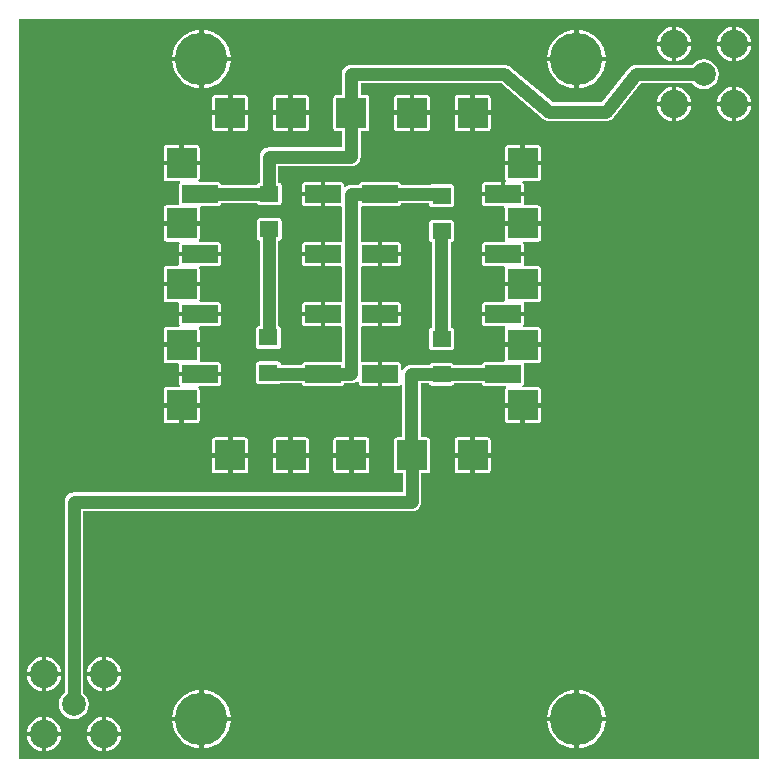
<source format=gtl>
G04 Layer_Physical_Order=1*
G04 Layer_Color=65280*
%FSLAX44Y44*%
%MOMM*%
G71*
G01*
G75*
%ADD10R,1.6000X1.4000*%
%ADD11R,2.5400X2.5400*%
%ADD12R,3.0480X1.5240*%
%ADD13C,1.0640*%
%ADD14C,2.0000*%
%ADD15C,2.4000*%
%ADD16C,4.4450*%
%ADD17C,4.0000*%
%ADD18C,0.7000*%
G36*
X-3915Y3915D02*
X-631085D01*
Y631085D01*
X-3915D01*
Y3915D01*
D02*
G37*
%LPC*%
G36*
X-336550Y276686D02*
X-347250D01*
Y263366D01*
X-333930D01*
Y274066D01*
X-334129Y275069D01*
X-334697Y275919D01*
X-335547Y276487D01*
X-336550Y276686D01*
D02*
G37*
G36*
X-387858D02*
X-398558D01*
Y263366D01*
X-385238D01*
Y274066D01*
X-385437Y275069D01*
X-386005Y275919D01*
X-386855Y276487D01*
X-387858Y276686D01*
D02*
G37*
G36*
X-439166D02*
X-449866D01*
Y263366D01*
X-436546D01*
Y274066D01*
X-436745Y275069D01*
X-437313Y275919D01*
X-438163Y276487D01*
X-439166Y276686D01*
D02*
G37*
G36*
X-233934D02*
X-244634D01*
Y263366D01*
X-231314D01*
Y274066D01*
X-231513Y275069D01*
X-232081Y275919D01*
X-232931Y276487D01*
X-233934Y276686D01*
D02*
G37*
G36*
X-206216Y301784D02*
X-219536D01*
Y291084D01*
X-219337Y290081D01*
X-218769Y289231D01*
X-217919Y288663D01*
X-216916Y288464D01*
X-206216D01*
Y301784D01*
D02*
G37*
G36*
X-477694Y301784D02*
X-491014D01*
Y288464D01*
X-480314D01*
X-479311Y288663D01*
X-478461Y289231D01*
X-477893Y290081D01*
X-477694Y291084D01*
Y301784D01*
D02*
G37*
G36*
X-495014D02*
X-508334D01*
Y291084D01*
X-508135Y290081D01*
X-507567Y289231D01*
X-506717Y288663D01*
X-505714Y288464D01*
X-495014D01*
Y301784D01*
D02*
G37*
G36*
X-231314Y259366D02*
X-244634D01*
Y246046D01*
X-233934D01*
X-232931Y246245D01*
X-232081Y246813D01*
X-231513Y247663D01*
X-231314Y248666D01*
Y259366D01*
D02*
G37*
G36*
X-248634D02*
X-261954D01*
Y248666D01*
X-261755Y247663D01*
X-261187Y246813D01*
X-260337Y246245D01*
X-259334Y246046D01*
X-248634D01*
Y259366D01*
D02*
G37*
G36*
X-333930D02*
X-347250D01*
Y246046D01*
X-336550D01*
X-335547Y246245D01*
X-334697Y246813D01*
X-334129Y247663D01*
X-333930Y248666D01*
Y259366D01*
D02*
G37*
G36*
X-453866Y276686D02*
X-464566D01*
X-465569Y276487D01*
X-466419Y275919D01*
X-466987Y275069D01*
X-467186Y274066D01*
Y263366D01*
X-453866D01*
Y276686D01*
D02*
G37*
G36*
X-248634D02*
X-259334D01*
X-260337Y276487D01*
X-261187Y275919D01*
X-261755Y275069D01*
X-261954Y274066D01*
Y263366D01*
X-248634D01*
Y276686D01*
D02*
G37*
G36*
X-351250D02*
X-361950D01*
X-362953Y276487D01*
X-363803Y275919D01*
X-364371Y275069D01*
X-364570Y274066D01*
Y263366D01*
X-351250D01*
Y276686D01*
D02*
G37*
G36*
X-402558D02*
X-413258D01*
X-414261Y276487D01*
X-415111Y275919D01*
X-415679Y275069D01*
X-415878Y274066D01*
Y263366D01*
X-402558D01*
Y276686D01*
D02*
G37*
G36*
X-307260Y379001D02*
X-323120D01*
Y370760D01*
X-309880D01*
X-308877Y370959D01*
X-308027Y371527D01*
X-307459Y372377D01*
X-307260Y373380D01*
Y379001D01*
D02*
G37*
G36*
X-375380D02*
X-391240D01*
Y373380D01*
X-391041Y372377D01*
X-390473Y371527D01*
X-389623Y370959D01*
X-388620Y370760D01*
X-375380D01*
Y379001D01*
D02*
G37*
G36*
X-203120D02*
X-220980D01*
X-238840D01*
Y373380D01*
X-238641Y372377D01*
X-238073Y371527D01*
X-237223Y370959D01*
X-236220Y370760D01*
X-219386D01*
X-219050Y370152D01*
X-218873Y369490D01*
X-219337Y368795D01*
X-219536Y367792D01*
Y357092D01*
X-204215D01*
X-188896D01*
Y367792D01*
X-189095Y368795D01*
X-189663Y369645D01*
X-190513Y370213D01*
X-191516Y370412D01*
X-203270D01*
X-203606Y371020D01*
X-203783Y371682D01*
X-203319Y372377D01*
X-203120Y373380D01*
Y379001D01*
D02*
G37*
G36*
X-477694Y404400D02*
X-493014D01*
X-508334D01*
Y393700D01*
X-508135Y392697D01*
X-507567Y391847D01*
X-506717Y391279D01*
X-505714Y391080D01*
X-495735D01*
X-495056Y389810D01*
X-495181Y389623D01*
X-495380Y388620D01*
Y383000D01*
X-477520D01*
X-459660D01*
Y388620D01*
X-459859Y389623D01*
X-460427Y390473D01*
X-461277Y391041D01*
X-462280Y391240D01*
X-477339D01*
X-478018Y392510D01*
X-477893Y392697D01*
X-477694Y393700D01*
Y404400D01*
D02*
G37*
G36*
X-309880Y391240D02*
X-323120D01*
Y383000D01*
X-307260D01*
Y388620D01*
X-307459Y389623D01*
X-308027Y390473D01*
X-308877Y391041D01*
X-309880Y391240D01*
D02*
G37*
G36*
X-188896Y404400D02*
X-204216D01*
X-219536D01*
Y393700D01*
X-219337Y392697D01*
X-219212Y392510D01*
X-219891Y391240D01*
X-236220D01*
X-237223Y391041D01*
X-238073Y390473D01*
X-238641Y389623D01*
X-238840Y388620D01*
Y383000D01*
X-220980D01*
X-203120D01*
Y388620D01*
X-203319Y389623D01*
X-203444Y389810D01*
X-202765Y391080D01*
X-191516D01*
X-190513Y391279D01*
X-189663Y391847D01*
X-189095Y392697D01*
X-188896Y393700D01*
Y404400D01*
D02*
G37*
G36*
X-375380Y391240D02*
X-388620D01*
X-389623Y391041D01*
X-390473Y390473D01*
X-391041Y389623D01*
X-391240Y388620D01*
Y383000D01*
X-375380D01*
Y391240D01*
D02*
G37*
G36*
X-477694Y353091D02*
X-493013D01*
X-508334D01*
Y342392D01*
X-508135Y341389D01*
X-507567Y340539D01*
X-506717Y339971D01*
X-505714Y339772D01*
X-496074D01*
X-495786Y339466D01*
X-495245Y338502D01*
X-495380Y337820D01*
Y332201D01*
X-477520D01*
X-459660D01*
Y337820D01*
X-459859Y338823D01*
X-460427Y339673D01*
X-461277Y340241D01*
X-462280Y340440D01*
X-477000D01*
X-477288Y340746D01*
X-477829Y341710D01*
X-477694Y342392D01*
Y353091D01*
D02*
G37*
G36*
X-459660Y328200D02*
X-477520D01*
X-495380D01*
Y322580D01*
X-495181Y321577D01*
X-494613Y320727D01*
X-494085Y320374D01*
X-494470Y319104D01*
X-505714D01*
X-506717Y318905D01*
X-507567Y318337D01*
X-508135Y317487D01*
X-508334Y316484D01*
Y305784D01*
X-493014D01*
X-477694D01*
Y316484D01*
X-477893Y317487D01*
X-478461Y318337D01*
X-478989Y318690D01*
X-478604Y319960D01*
X-462280D01*
X-461277Y320159D01*
X-460427Y320727D01*
X-459859Y321577D01*
X-459660Y322580D01*
Y328200D01*
D02*
G37*
G36*
X-188896Y301784D02*
X-202216D01*
Y288464D01*
X-191516D01*
X-190513Y288663D01*
X-189663Y289231D01*
X-189095Y290081D01*
X-188896Y291084D01*
Y301784D01*
D02*
G37*
G36*
Y353092D02*
X-204215D01*
X-219536D01*
Y342392D01*
X-219401Y341710D01*
X-219942Y340746D01*
X-220230Y340440D01*
X-236220D01*
X-237223Y340241D01*
X-238073Y339673D01*
X-238641Y338823D01*
X-238773Y338158D01*
X-262626D01*
X-263108Y338880D01*
X-263958Y339448D01*
X-264961Y339648D01*
X-280961D01*
X-281964Y339448D01*
X-282814Y338880D01*
X-283297Y338158D01*
X-298450D01*
X-300510Y337887D01*
X-302429Y337092D01*
X-304077Y335827D01*
X-305342Y334179D01*
X-305990Y332615D01*
X-307260Y332868D01*
Y337820D01*
X-307459Y338823D01*
X-308027Y339673D01*
X-308877Y340241D01*
X-309880Y340440D01*
X-323120D01*
Y330201D01*
Y319960D01*
X-309880D01*
X-308877Y320159D01*
X-308027Y320727D01*
X-307678Y321250D01*
X-306408Y320864D01*
Y276686D01*
X-310642D01*
X-311645Y276487D01*
X-312495Y275919D01*
X-313063Y275069D01*
X-313262Y274066D01*
Y248666D01*
X-313063Y247663D01*
X-312495Y246813D01*
X-311645Y246245D01*
X-310642Y246046D01*
X-305900D01*
Y230208D01*
X-584200D01*
X-586260Y229937D01*
X-588179Y229142D01*
X-589827Y227877D01*
X-591092Y226229D01*
X-591887Y224310D01*
X-592158Y222250D01*
Y60538D01*
X-593165Y59765D01*
X-595180Y57139D01*
X-596446Y54081D01*
X-596879Y50800D01*
X-596446Y47519D01*
X-595180Y44461D01*
X-593165Y41835D01*
X-590539Y39820D01*
X-587481Y38554D01*
X-584200Y38122D01*
X-580919Y38554D01*
X-577861Y39820D01*
X-575235Y41835D01*
X-573220Y44461D01*
X-571954Y47519D01*
X-571521Y50800D01*
X-571954Y54081D01*
X-573220Y57139D01*
X-575235Y59765D01*
X-576242Y60538D01*
Y214292D01*
X-298450D01*
X-298196Y214325D01*
X-297942Y214292D01*
X-295882Y214563D01*
X-293963Y215358D01*
X-292315Y216623D01*
X-291050Y218271D01*
X-290255Y220190D01*
X-289984Y222250D01*
Y246046D01*
X-285242D01*
X-284239Y246245D01*
X-283389Y246813D01*
X-282821Y247663D01*
X-282622Y248666D01*
Y274066D01*
X-282821Y275069D01*
X-283389Y275919D01*
X-284239Y276487D01*
X-285242Y276686D01*
X-290492D01*
Y322242D01*
X-283425D01*
X-283382Y322025D01*
X-282814Y321175D01*
X-281964Y320607D01*
X-280961Y320407D01*
X-264961D01*
X-263958Y320607D01*
X-263108Y321175D01*
X-262540Y322025D01*
X-262497Y322242D01*
X-238773D01*
X-238641Y321577D01*
X-238073Y320727D01*
X-237223Y320159D01*
X-236220Y319960D01*
X-218626D01*
X-218241Y318690D01*
X-218769Y318337D01*
X-219337Y317487D01*
X-219536Y316484D01*
Y305784D01*
X-204216D01*
X-188896D01*
Y316484D01*
X-189095Y317487D01*
X-189663Y318337D01*
X-190513Y318905D01*
X-191516Y319104D01*
X-204030D01*
X-204415Y320374D01*
X-203887Y320727D01*
X-203319Y321577D01*
X-203120Y322580D01*
Y337820D01*
X-203255Y338502D01*
X-202714Y339466D01*
X-202426Y339772D01*
X-191516D01*
X-190513Y339971D01*
X-189663Y340539D01*
X-189095Y341389D01*
X-188896Y342392D01*
Y353092D01*
D02*
G37*
G36*
X-459660Y379001D02*
X-477520D01*
X-495380D01*
Y373380D01*
X-495181Y372377D01*
X-494717Y371682D01*
X-494894Y371020D01*
X-495230Y370412D01*
X-505714D01*
X-506717Y370213D01*
X-507567Y369645D01*
X-508135Y368795D01*
X-508334Y367792D01*
Y357091D01*
X-493013D01*
X-477694D01*
Y367792D01*
X-477893Y368795D01*
X-478357Y369490D01*
X-478180Y370152D01*
X-477844Y370760D01*
X-462280D01*
X-461277Y370959D01*
X-460427Y371527D01*
X-459859Y372377D01*
X-459660Y373380D01*
Y379001D01*
D02*
G37*
G36*
X-410869Y462410D02*
X-426869D01*
X-427871Y462211D01*
X-428721Y461643D01*
X-429290Y460793D01*
X-429489Y459790D01*
Y445790D01*
X-429290Y444787D01*
X-428721Y443937D01*
X-427871Y443369D01*
X-427058Y443207D01*
Y370899D01*
X-427650D01*
X-428653Y370699D01*
X-429503Y370131D01*
X-430071Y369281D01*
X-430271Y368279D01*
Y354279D01*
X-430071Y353276D01*
X-429503Y352426D01*
X-428653Y351858D01*
X-427650Y351658D01*
X-411651D01*
X-410648Y351858D01*
X-409798Y352426D01*
X-409230Y353276D01*
X-409030Y354279D01*
Y368279D01*
X-409230Y369281D01*
X-409798Y370131D01*
X-410648Y370699D01*
X-411142Y370798D01*
Y443170D01*
X-410869D01*
X-409866Y443369D01*
X-409016Y443937D01*
X-408448Y444787D01*
X-408248Y445790D01*
Y459790D01*
X-408448Y460793D01*
X-409016Y461643D01*
X-409866Y462211D01*
X-410869Y462410D01*
D02*
G37*
G36*
X-264961Y461003D02*
X-280961D01*
X-281964Y460803D01*
X-282814Y460235D01*
X-283382Y459385D01*
X-283582Y458382D01*
Y444382D01*
X-283382Y443380D01*
X-282814Y442529D01*
X-281964Y441962D01*
X-281008Y441771D01*
Y369638D01*
X-281964Y369448D01*
X-282814Y368880D01*
X-283382Y368030D01*
X-283582Y367028D01*
Y353027D01*
X-283382Y352025D01*
X-282814Y351175D01*
X-281964Y350607D01*
X-280961Y350407D01*
X-264961D01*
X-263958Y350607D01*
X-263108Y351175D01*
X-262540Y352025D01*
X-262341Y353027D01*
Y367028D01*
X-262540Y368030D01*
X-263108Y368880D01*
X-263958Y369448D01*
X-264961Y369648D01*
X-265092D01*
Y441762D01*
X-264961D01*
X-263958Y441962D01*
X-263108Y442529D01*
X-262540Y443380D01*
X-262341Y444382D01*
Y458382D01*
X-262540Y459385D01*
X-263108Y460235D01*
X-263958Y460803D01*
X-264961Y461003D01*
D02*
G37*
G36*
X-351250Y259366D02*
X-364570D01*
Y248666D01*
X-364371Y247663D01*
X-363803Y246813D01*
X-362953Y246245D01*
X-361950Y246046D01*
X-351250D01*
Y259366D01*
D02*
G37*
G36*
X-560799Y39832D02*
X-562603Y39595D01*
X-566148Y38127D01*
X-569191Y35791D01*
X-571527Y32748D01*
X-572995Y29204D01*
X-573232Y27401D01*
X-560799D01*
Y39832D01*
D02*
G37*
G36*
X-611599D02*
X-613404Y39595D01*
X-616948Y38127D01*
X-619991Y35791D01*
X-622327Y32748D01*
X-623795Y29204D01*
X-624032Y27401D01*
X-611599D01*
Y39832D01*
D02*
G37*
G36*
X-160751Y36100D02*
X-183468D01*
X-183186Y33239D01*
X-181768Y28565D01*
X-179466Y24258D01*
X-176367Y20482D01*
X-172592Y17384D01*
X-168285Y15082D01*
X-163611Y13664D01*
X-160751Y13382D01*
Y36100D01*
D02*
G37*
G36*
X-607599Y39832D02*
Y27401D01*
X-595168D01*
X-595405Y29204D01*
X-596873Y32748D01*
X-599209Y35791D01*
X-602252Y38127D01*
X-605797Y39595D01*
X-607599Y39832D01*
D02*
G37*
G36*
X-160751Y62818D02*
X-163611Y62536D01*
X-168285Y61118D01*
X-172592Y58816D01*
X-176367Y55718D01*
X-179466Y51942D01*
X-181768Y47635D01*
X-183186Y42961D01*
X-183468Y40100D01*
X-160751D01*
Y62818D01*
D02*
G37*
G36*
X-478251D02*
X-481111Y62536D01*
X-485785Y61118D01*
X-490092Y58816D01*
X-493867Y55718D01*
X-496966Y51942D01*
X-499268Y47635D01*
X-500686Y42961D01*
X-500968Y40100D01*
X-478251D01*
Y62818D01*
D02*
G37*
G36*
X-556799Y39832D02*
Y27401D01*
X-544368D01*
X-544605Y29204D01*
X-546073Y32748D01*
X-548409Y35791D01*
X-551452Y38127D01*
X-554996Y39595D01*
X-556799Y39832D01*
D02*
G37*
G36*
X-595168Y23400D02*
X-607599D01*
Y10968D01*
X-605797Y11205D01*
X-602252Y12673D01*
X-599209Y15009D01*
X-596873Y18052D01*
X-595405Y21597D01*
X-595168Y23400D01*
D02*
G37*
G36*
X-560799D02*
X-573232D01*
X-572995Y21597D01*
X-571527Y18052D01*
X-569191Y15009D01*
X-566148Y12673D01*
X-562603Y11205D01*
X-560799Y10968D01*
Y23400D01*
D02*
G37*
G36*
X-611599D02*
X-624033D01*
X-623795Y21597D01*
X-622327Y18052D01*
X-619991Y15009D01*
X-616948Y12673D01*
X-613404Y11205D01*
X-611599Y10968D01*
Y23400D01*
D02*
G37*
G36*
X-544367D02*
X-556799D01*
Y10968D01*
X-554996Y11205D01*
X-551452Y12673D01*
X-548409Y15009D01*
X-546073Y18052D01*
X-544605Y21597D01*
X-544367Y23400D01*
D02*
G37*
G36*
X-478251Y36100D02*
X-500968D01*
X-500686Y33239D01*
X-499268Y28565D01*
X-496966Y24258D01*
X-493867Y20482D01*
X-490092Y17384D01*
X-485785Y15082D01*
X-481111Y13664D01*
X-478251Y13382D01*
Y36100D01*
D02*
G37*
G36*
X-451532D02*
X-474251D01*
Y13382D01*
X-471389Y13664D01*
X-466715Y15082D01*
X-462408Y17384D01*
X-458633Y20482D01*
X-455534Y24258D01*
X-453232Y28565D01*
X-451814Y33239D01*
X-451532Y36100D01*
D02*
G37*
G36*
X-134032D02*
X-156751D01*
Y13382D01*
X-153889Y13664D01*
X-149215Y15082D01*
X-144908Y17384D01*
X-141132Y20482D01*
X-138034Y24258D01*
X-135732Y28565D01*
X-134314Y33239D01*
X-134032Y36100D01*
D02*
G37*
G36*
X-556799Y90632D02*
Y78200D01*
X-544368D01*
X-544605Y80003D01*
X-546073Y83548D01*
X-548409Y86591D01*
X-551452Y88927D01*
X-554996Y90395D01*
X-556799Y90632D01*
D02*
G37*
G36*
X-607599D02*
Y78200D01*
X-595168D01*
X-595405Y80003D01*
X-596873Y83548D01*
X-599209Y86591D01*
X-602252Y88927D01*
X-605797Y90395D01*
X-607599Y90632D01*
D02*
G37*
G36*
X-560799Y90632D02*
X-562603Y90395D01*
X-566148Y88927D01*
X-569191Y86591D01*
X-571527Y83548D01*
X-572995Y80003D01*
X-573232Y78200D01*
X-560799D01*
Y90632D01*
D02*
G37*
G36*
X-453866Y259366D02*
X-467186D01*
Y248666D01*
X-466987Y247663D01*
X-466419Y246813D01*
X-465569Y246245D01*
X-464566Y246046D01*
X-453866D01*
Y259366D01*
D02*
G37*
G36*
X-385238D02*
X-398558D01*
Y246046D01*
X-387858D01*
X-386855Y246245D01*
X-386005Y246813D01*
X-385437Y247663D01*
X-385238Y248666D01*
Y259366D01*
D02*
G37*
G36*
X-402558D02*
X-415878D01*
Y248666D01*
X-415679Y247663D01*
X-415111Y246813D01*
X-414261Y246245D01*
X-413258Y246046D01*
X-402558D01*
Y259366D01*
D02*
G37*
G36*
X-436546D02*
X-449866D01*
Y246046D01*
X-439166D01*
X-438163Y246245D01*
X-437313Y246813D01*
X-436745Y247663D01*
X-436546Y248666D01*
Y259366D01*
D02*
G37*
G36*
X-611599Y74201D02*
X-624033D01*
X-623795Y72396D01*
X-622327Y68852D01*
X-619991Y65809D01*
X-616948Y63473D01*
X-613404Y62005D01*
X-611599Y61768D01*
Y74201D01*
D02*
G37*
G36*
X-156751Y62818D02*
Y40100D01*
X-134032D01*
X-134314Y42961D01*
X-135732Y47635D01*
X-138034Y51942D01*
X-141132Y55718D01*
X-144908Y58816D01*
X-149215Y61118D01*
X-153889Y62536D01*
X-156751Y62818D01*
D02*
G37*
G36*
X-474251D02*
Y40100D01*
X-451532D01*
X-451814Y42961D01*
X-453232Y47635D01*
X-455534Y51942D01*
X-458633Y55718D01*
X-462408Y58816D01*
X-466715Y61118D01*
X-471389Y62536D01*
X-474251Y62818D01*
D02*
G37*
G36*
X-560799Y74201D02*
X-573232D01*
X-572995Y72396D01*
X-571527Y68852D01*
X-569191Y65809D01*
X-566148Y63473D01*
X-562603Y62005D01*
X-560799Y61768D01*
Y74201D01*
D02*
G37*
G36*
X-611599Y90632D02*
X-613404Y90395D01*
X-616948Y88927D01*
X-619991Y86591D01*
X-622327Y83548D01*
X-623795Y80003D01*
X-624032Y78200D01*
X-611599D01*
Y90632D01*
D02*
G37*
G36*
X-544367Y74201D02*
X-556799D01*
Y61768D01*
X-554996Y62005D01*
X-551452Y63473D01*
X-548409Y65809D01*
X-546073Y68852D01*
X-544605Y72396D01*
X-544367Y74201D01*
D02*
G37*
G36*
X-595168D02*
X-607599D01*
Y61768D01*
X-605797Y62005D01*
X-602252Y63473D01*
X-599209Y65809D01*
X-596873Y68852D01*
X-595405Y72396D01*
X-595168Y74201D01*
D02*
G37*
G36*
X-459660Y429800D02*
X-477520D01*
X-495380D01*
Y424180D01*
X-495181Y423177D01*
X-495056Y422990D01*
X-495735Y421720D01*
X-505714D01*
X-506717Y421521D01*
X-507567Y420953D01*
X-508135Y420103D01*
X-508334Y419100D01*
Y408400D01*
X-493014D01*
X-477694D01*
Y419100D01*
X-477893Y420103D01*
X-478018Y420290D01*
X-477339Y421560D01*
X-462280D01*
X-461277Y421759D01*
X-460427Y422327D01*
X-459859Y423177D01*
X-459660Y424180D01*
Y429800D01*
D02*
G37*
G36*
X-78199Y573232D02*
X-80003Y572995D01*
X-83548Y571527D01*
X-86591Y569191D01*
X-88927Y566148D01*
X-90395Y562603D01*
X-90632Y560801D01*
X-78199D01*
Y573232D01*
D02*
G37*
G36*
X-27399D02*
X-29204Y572995D01*
X-32748Y571527D01*
X-35791Y569191D01*
X-38127Y566148D01*
X-39595Y562603D01*
X-39832Y560801D01*
X-27399D01*
Y573232D01*
D02*
G37*
G36*
X-233934Y566754D02*
X-244635D01*
Y553434D01*
X-231314D01*
Y564134D01*
X-231513Y565137D01*
X-232081Y565987D01*
X-232931Y566555D01*
X-233934Y566754D01*
D02*
G37*
G36*
X-74199Y573232D02*
Y560801D01*
X-61768D01*
X-62005Y562603D01*
X-63473Y566148D01*
X-65809Y569191D01*
X-68852Y571527D01*
X-72396Y572995D01*
X-74199Y573232D01*
D02*
G37*
G36*
X-451532Y594899D02*
X-474251D01*
Y572182D01*
X-471389Y572464D01*
X-466715Y573882D01*
X-462408Y576184D01*
X-458633Y579282D01*
X-455534Y583058D01*
X-453232Y587365D01*
X-451814Y592039D01*
X-451532Y594899D01*
D02*
G37*
G36*
X-134032D02*
X-156751D01*
Y572182D01*
X-153889Y572464D01*
X-149215Y573882D01*
X-144908Y576184D01*
X-141132Y579282D01*
X-138034Y583058D01*
X-135732Y587365D01*
X-134314Y592039D01*
X-134032Y594899D01*
D02*
G37*
G36*
X-23399Y573232D02*
Y560801D01*
X-10968D01*
X-11205Y562603D01*
X-12673Y566148D01*
X-15009Y569191D01*
X-18052Y571527D01*
X-21597Y572995D01*
X-23399Y573232D01*
D02*
G37*
G36*
X-299943Y566754D02*
X-310642D01*
X-311645Y566555D01*
X-312495Y565987D01*
X-313063Y565137D01*
X-313262Y564134D01*
Y553434D01*
X-299943D01*
Y566754D01*
D02*
G37*
G36*
X-402559D02*
X-413258D01*
X-414261Y566555D01*
X-415111Y565987D01*
X-415679Y565137D01*
X-415878Y564134D01*
Y553434D01*
X-402559D01*
Y566754D01*
D02*
G37*
G36*
X-453867D02*
X-464566D01*
X-465569Y566555D01*
X-466419Y565987D01*
X-466987Y565137D01*
X-467186Y564134D01*
Y553434D01*
X-453867D01*
Y566754D01*
D02*
G37*
G36*
X-248635D02*
X-259334D01*
X-260337Y566555D01*
X-261187Y565987D01*
X-261755Y565137D01*
X-261954Y564134D01*
Y553434D01*
X-248635D01*
Y566754D01*
D02*
G37*
G36*
X-285242D02*
X-295943D01*
Y553434D01*
X-282622D01*
Y564134D01*
X-282821Y565137D01*
X-283389Y565987D01*
X-284239Y566555D01*
X-285242Y566754D01*
D02*
G37*
G36*
X-387858D02*
X-398559D01*
Y553434D01*
X-385238D01*
Y564134D01*
X-385437Y565137D01*
X-386005Y565987D01*
X-386855Y566555D01*
X-387858Y566754D01*
D02*
G37*
G36*
X-439166D02*
X-449867D01*
Y553434D01*
X-436546D01*
Y564134D01*
X-436745Y565137D01*
X-437313Y565987D01*
X-438163Y566555D01*
X-439166Y566754D01*
D02*
G37*
G36*
X-478251Y594899D02*
X-500968D01*
X-500686Y592039D01*
X-499268Y587365D01*
X-496966Y583058D01*
X-493867Y579282D01*
X-490092Y576184D01*
X-485785Y573882D01*
X-481111Y572464D01*
X-478251Y572182D01*
Y594899D01*
D02*
G37*
G36*
X-156751Y621618D02*
Y598899D01*
X-134032D01*
X-134314Y601761D01*
X-135732Y606435D01*
X-138034Y610742D01*
X-141132Y614518D01*
X-144908Y617616D01*
X-149215Y619918D01*
X-153889Y621336D01*
X-156751Y621618D01*
D02*
G37*
G36*
X-474251D02*
Y598899D01*
X-451532D01*
X-451814Y601761D01*
X-453232Y606435D01*
X-455534Y610742D01*
X-458633Y614518D01*
X-462408Y617616D01*
X-466715Y619918D01*
X-471389Y621336D01*
X-474251Y621618D01*
D02*
G37*
G36*
X-160751Y621618D02*
X-163611Y621336D01*
X-168285Y619918D01*
X-172592Y617616D01*
X-176367Y614518D01*
X-179466Y610742D01*
X-181768Y606435D01*
X-183186Y601761D01*
X-183468Y598899D01*
X-160751D01*
Y621618D01*
D02*
G37*
G36*
X-27399Y624033D02*
X-29204Y623795D01*
X-32748Y622327D01*
X-35791Y619991D01*
X-38127Y616948D01*
X-39595Y613404D01*
X-39832Y611600D01*
X-27399D01*
Y624033D01*
D02*
G37*
G36*
X-23399Y624032D02*
Y611600D01*
X-10968D01*
X-11205Y613404D01*
X-12673Y616948D01*
X-15009Y619991D01*
X-18052Y622327D01*
X-21597Y623795D01*
X-23399Y624032D01*
D02*
G37*
G36*
X-74199D02*
Y611600D01*
X-61768D01*
X-62005Y613404D01*
X-63473Y616948D01*
X-65809Y619991D01*
X-68852Y622327D01*
X-72396Y623795D01*
X-74199Y624032D01*
D02*
G37*
G36*
X-78199Y624033D02*
X-80003Y623795D01*
X-83548Y622327D01*
X-86591Y619991D01*
X-88927Y616948D01*
X-90395Y613404D01*
X-90632Y611600D01*
X-78199D01*
Y624033D01*
D02*
G37*
G36*
Y607601D02*
X-90632D01*
X-90395Y605797D01*
X-88927Y602252D01*
X-86591Y599209D01*
X-83548Y596873D01*
X-80003Y595405D01*
X-78199Y595168D01*
Y607601D01*
D02*
G37*
G36*
X-50800Y596879D02*
X-54081Y596446D01*
X-57139Y595180D01*
X-59765Y593165D01*
X-60538Y592158D01*
X-107950D01*
X-108387Y592100D01*
X-108829Y592109D01*
X-109413Y591965D01*
X-110010Y591887D01*
X-110417Y591718D01*
X-110846Y591612D01*
X-111373Y591322D01*
X-111929Y591092D01*
X-112279Y590823D01*
X-112666Y590610D01*
X-113100Y590194D01*
X-113577Y589827D01*
X-113846Y589477D01*
X-114164Y589171D01*
X-137175Y560408D01*
X-178899D01*
X-214785Y590314D01*
X-215361Y590677D01*
X-215901Y591092D01*
X-216235Y591230D01*
X-216541Y591424D01*
X-217191Y591626D01*
X-217820Y591887D01*
X-218179Y591934D01*
X-218525Y592042D01*
X-219205Y592069D01*
X-219880Y592158D01*
X-349250D01*
X-351310Y591887D01*
X-353229Y591092D01*
X-354877Y589827D01*
X-356142Y588179D01*
X-356937Y586260D01*
X-357208Y584200D01*
Y566754D01*
X-361950D01*
X-362953Y566555D01*
X-363803Y565987D01*
X-364371Y565137D01*
X-364570Y564134D01*
Y538734D01*
X-364371Y537731D01*
X-363803Y536881D01*
X-362953Y536313D01*
X-361950Y536114D01*
X-357208D01*
Y522308D01*
X-419100D01*
X-421160Y522037D01*
X-423079Y521242D01*
X-424727Y519977D01*
X-425992Y518329D01*
X-426787Y516410D01*
X-427058Y514350D01*
Y492372D01*
X-427871Y492211D01*
X-428721Y491643D01*
X-429290Y490793D01*
X-429336Y490558D01*
X-459727D01*
X-459859Y491223D01*
X-460427Y492073D01*
X-461277Y492641D01*
X-462280Y492840D01*
X-478604D01*
X-478989Y494110D01*
X-478461Y494463D01*
X-477893Y495313D01*
X-477694Y496316D01*
Y507016D01*
X-493014D01*
X-508334D01*
Y496316D01*
X-508135Y495313D01*
X-507567Y494463D01*
X-506717Y493895D01*
X-505714Y493696D01*
X-494470D01*
X-494085Y492426D01*
X-494613Y492073D01*
X-495181Y491223D01*
X-495380Y490220D01*
Y474980D01*
X-495245Y474298D01*
X-495786Y473334D01*
X-496074Y473028D01*
X-505714D01*
X-506717Y472829D01*
X-507567Y472261D01*
X-508135Y471411D01*
X-508334Y470408D01*
Y459707D01*
X-493013D01*
X-477694D01*
Y470408D01*
X-477829Y471090D01*
X-477288Y472054D01*
X-477000Y472360D01*
X-462280D01*
X-461277Y472559D01*
X-460427Y473127D01*
X-459859Y473977D01*
X-459727Y474642D01*
X-429193D01*
X-428721Y473937D01*
X-427871Y473369D01*
X-426869Y473170D01*
X-410869D01*
X-409866Y473369D01*
X-409016Y473937D01*
X-408448Y474787D01*
X-408248Y475790D01*
Y489790D01*
X-408448Y490793D01*
X-409016Y491643D01*
X-409866Y492211D01*
X-410869Y492410D01*
X-411142D01*
Y506392D01*
X-349250D01*
X-347190Y506663D01*
X-345271Y507458D01*
X-343623Y508723D01*
X-342358Y510371D01*
X-341563Y512290D01*
X-341292Y514350D01*
Y536114D01*
X-336550D01*
X-335547Y536313D01*
X-334697Y536881D01*
X-334129Y537731D01*
X-333930Y538734D01*
Y564134D01*
X-334129Y565137D01*
X-334697Y565987D01*
X-335547Y566555D01*
X-336550Y566754D01*
X-341292D01*
Y576242D01*
X-222761D01*
X-186875Y546336D01*
X-186299Y545973D01*
X-185759Y545558D01*
X-185425Y545420D01*
X-185119Y545226D01*
X-184469Y545024D01*
X-183840Y544763D01*
X-183481Y544716D01*
X-183135Y544608D01*
X-182455Y544581D01*
X-181780Y544492D01*
X-133350D01*
X-132913Y544549D01*
X-132471Y544541D01*
X-131887Y544685D01*
X-131290Y544763D01*
X-130883Y544932D01*
X-130454Y545038D01*
X-129927Y545328D01*
X-129371Y545558D01*
X-129021Y545827D01*
X-128634Y546040D01*
X-128200Y546456D01*
X-127723Y546823D01*
X-127454Y547173D01*
X-127136Y547479D01*
X-104125Y576242D01*
X-60538D01*
X-59765Y575235D01*
X-57139Y573220D01*
X-54081Y571954D01*
X-50800Y571521D01*
X-47519Y571954D01*
X-44461Y573220D01*
X-41835Y575235D01*
X-39820Y577861D01*
X-38554Y580919D01*
X-38122Y584200D01*
X-38554Y587481D01*
X-39820Y590539D01*
X-41835Y593165D01*
X-44461Y595180D01*
X-47519Y596446D01*
X-50800Y596879D01*
D02*
G37*
G36*
X-160751Y594899D02*
X-183468D01*
X-183186Y592039D01*
X-181768Y587365D01*
X-179466Y583058D01*
X-176367Y579282D01*
X-172592Y576184D01*
X-168285Y573882D01*
X-163611Y572464D01*
X-160751Y572182D01*
Y594899D01*
D02*
G37*
G36*
X-27399Y607601D02*
X-39832D01*
X-39595Y605797D01*
X-38127Y602252D01*
X-35791Y599209D01*
X-32748Y596873D01*
X-29204Y595405D01*
X-27399Y595168D01*
Y607601D01*
D02*
G37*
G36*
X-478251Y621618D02*
X-481111Y621336D01*
X-485785Y619918D01*
X-490092Y617616D01*
X-493867Y614518D01*
X-496966Y610742D01*
X-499268Y606435D01*
X-500686Y601761D01*
X-500968Y598899D01*
X-478251D01*
Y621618D01*
D02*
G37*
G36*
X-10968Y607601D02*
X-23399D01*
Y595168D01*
X-21597Y595405D01*
X-18052Y596873D01*
X-15009Y599209D01*
X-12673Y602252D01*
X-11205Y605797D01*
X-10968Y607601D01*
D02*
G37*
G36*
X-61768D02*
X-74199D01*
Y595168D01*
X-72396Y595405D01*
X-68852Y596873D01*
X-65809Y599209D01*
X-63473Y602252D01*
X-62005Y605797D01*
X-61768Y607601D01*
D02*
G37*
G36*
X-375380Y492840D02*
X-388620D01*
X-389623Y492641D01*
X-390473Y492073D01*
X-391041Y491223D01*
X-391240Y490220D01*
Y484600D01*
X-375380D01*
Y492840D01*
D02*
G37*
G36*
Y480601D02*
X-391240D01*
Y474980D01*
X-391041Y473977D01*
X-390473Y473127D01*
X-389623Y472559D01*
X-388620Y472360D01*
X-375380D01*
Y480601D01*
D02*
G37*
G36*
X-203120D02*
X-220980D01*
X-238840D01*
Y474980D01*
X-238641Y473977D01*
X-238073Y473127D01*
X-237223Y472559D01*
X-236220Y472360D01*
X-220230D01*
X-219942Y472054D01*
X-219401Y471090D01*
X-219536Y470408D01*
Y459708D01*
X-204215D01*
X-188896D01*
Y470408D01*
X-189095Y471411D01*
X-189663Y472261D01*
X-190513Y472829D01*
X-191516Y473028D01*
X-202426D01*
X-202714Y473334D01*
X-203255Y474298D01*
X-203120Y474980D01*
Y480601D01*
D02*
G37*
G36*
X-222980Y492840D02*
X-236220D01*
X-237223Y492641D01*
X-238073Y492073D01*
X-238641Y491223D01*
X-238840Y490220D01*
Y484600D01*
X-222980D01*
Y492840D01*
D02*
G37*
G36*
X-495014Y524336D02*
X-505714D01*
X-506717Y524137D01*
X-507567Y523569D01*
X-508135Y522719D01*
X-508334Y521716D01*
Y511016D01*
X-495014D01*
Y524336D01*
D02*
G37*
G36*
X-309880Y492840D02*
X-340360D01*
X-341363Y492641D01*
X-342213Y492073D01*
X-342781Y491223D01*
X-342913Y490558D01*
X-349250D01*
X-351310Y490287D01*
X-353229Y489492D01*
X-354250Y488709D01*
X-355520Y489335D01*
Y490220D01*
X-355719Y491223D01*
X-356287Y492073D01*
X-357137Y492641D01*
X-358140Y492840D01*
X-371380D01*
Y482601D01*
Y472360D01*
X-358140D01*
X-357208Y471595D01*
Y442805D01*
X-358140Y442040D01*
X-371380D01*
Y431800D01*
Y421560D01*
X-358140D01*
X-357208Y420795D01*
Y392005D01*
X-358140Y391240D01*
X-371380D01*
Y381001D01*
Y370760D01*
X-358140D01*
X-357208Y369995D01*
Y341205D01*
X-358140Y340440D01*
X-388620D01*
X-389623Y340241D01*
X-390473Y339673D01*
X-391041Y338823D01*
X-391173Y338158D01*
X-409030D01*
Y338279D01*
X-409230Y339281D01*
X-409798Y340131D01*
X-410648Y340699D01*
X-411651Y340899D01*
X-427650D01*
X-428653Y340699D01*
X-429503Y340131D01*
X-430071Y339281D01*
X-430271Y338279D01*
Y324279D01*
X-430071Y323276D01*
X-429503Y322426D01*
X-428653Y321858D01*
X-427650Y321658D01*
X-411651D01*
X-410648Y321858D01*
X-410073Y322242D01*
X-391173D01*
X-391041Y321577D01*
X-390473Y320727D01*
X-389623Y320159D01*
X-388620Y319960D01*
X-358140D01*
X-357137Y320159D01*
X-356287Y320727D01*
X-355719Y321577D01*
X-355587Y322242D01*
X-349250D01*
X-347190Y322513D01*
X-345271Y323308D01*
X-344250Y324091D01*
X-342980Y323465D01*
Y322580D01*
X-342781Y321577D01*
X-342213Y320727D01*
X-341363Y320159D01*
X-340360Y319960D01*
X-327120D01*
Y330201D01*
Y340440D01*
X-340360D01*
X-341292Y341205D01*
Y369995D01*
X-340360Y370760D01*
X-327120D01*
Y381001D01*
Y391240D01*
X-340360D01*
X-341292Y392005D01*
Y420795D01*
X-340360Y421560D01*
X-327120D01*
Y431800D01*
Y442040D01*
X-340360D01*
X-341292Y442805D01*
Y471595D01*
X-340360Y472360D01*
X-309880D01*
X-308877Y472559D01*
X-308027Y473127D01*
X-307459Y473977D01*
X-307327Y474642D01*
X-283582D01*
Y474382D01*
X-283382Y473380D01*
X-282814Y472529D01*
X-281964Y471962D01*
X-280961Y471762D01*
X-264961D01*
X-263958Y471962D01*
X-263108Y472529D01*
X-262540Y473380D01*
X-262341Y474382D01*
Y488382D01*
X-262540Y489385D01*
X-263108Y490235D01*
X-263958Y490803D01*
X-264961Y491003D01*
X-280961D01*
X-281964Y490803D01*
X-282331Y490558D01*
X-307327D01*
X-307459Y491223D01*
X-308027Y492073D01*
X-308877Y492641D01*
X-309880Y492840D01*
D02*
G37*
G36*
X-188896Y507016D02*
X-204216D01*
X-219536D01*
Y496316D01*
X-219337Y495313D01*
X-218769Y494463D01*
X-218241Y494110D01*
X-218626Y492840D01*
X-218980D01*
Y484600D01*
X-203120D01*
Y490220D01*
X-203319Y491223D01*
X-203887Y492073D01*
X-204415Y492426D01*
X-204030Y493696D01*
X-191516D01*
X-190513Y493895D01*
X-189663Y494463D01*
X-189095Y495313D01*
X-188896Y496316D01*
Y507016D01*
D02*
G37*
G36*
X-307260Y429800D02*
X-323120D01*
Y421560D01*
X-309880D01*
X-308877Y421759D01*
X-308027Y422327D01*
X-307459Y423177D01*
X-307260Y424180D01*
Y429800D01*
D02*
G37*
G36*
X-375380D02*
X-391240D01*
Y424180D01*
X-391041Y423177D01*
X-390473Y422327D01*
X-389623Y421759D01*
X-388620Y421560D01*
X-375380D01*
Y429800D01*
D02*
G37*
G36*
X-203120D02*
X-220980D01*
X-238840D01*
Y424180D01*
X-238641Y423177D01*
X-238073Y422327D01*
X-237223Y421759D01*
X-236220Y421560D01*
X-219891D01*
X-219212Y420290D01*
X-219337Y420103D01*
X-219536Y419100D01*
Y408400D01*
X-204216D01*
X-188896D01*
Y419100D01*
X-189095Y420103D01*
X-189663Y420953D01*
X-190513Y421521D01*
X-191516Y421720D01*
X-202765D01*
X-203444Y422990D01*
X-203319Y423177D01*
X-203120Y424180D01*
Y429800D01*
D02*
G37*
G36*
X-477694Y455707D02*
X-493013D01*
X-508334D01*
Y445008D01*
X-508135Y444005D01*
X-507567Y443155D01*
X-506717Y442587D01*
X-505714Y442388D01*
X-495230D01*
X-494894Y441780D01*
X-494717Y441118D01*
X-495181Y440423D01*
X-495380Y439420D01*
Y433801D01*
X-477520D01*
X-459660D01*
Y439420D01*
X-459859Y440423D01*
X-460427Y441273D01*
X-461277Y441841D01*
X-462280Y442040D01*
X-477844D01*
X-478180Y442648D01*
X-478357Y443310D01*
X-477893Y444005D01*
X-477694Y445008D01*
Y455707D01*
D02*
G37*
G36*
X-309880Y442040D02*
X-323120D01*
Y433801D01*
X-307260D01*
Y439420D01*
X-307459Y440423D01*
X-308027Y441273D01*
X-308877Y441841D01*
X-309880Y442040D01*
D02*
G37*
G36*
X-188896Y455708D02*
X-204215D01*
X-219536D01*
Y445008D01*
X-219337Y444005D01*
X-218873Y443310D01*
X-219050Y442648D01*
X-219386Y442040D01*
X-236220D01*
X-237223Y441841D01*
X-238073Y441273D01*
X-238641Y440423D01*
X-238840Y439420D01*
Y433801D01*
X-220980D01*
X-203120D01*
Y439420D01*
X-203319Y440423D01*
X-203783Y441118D01*
X-203606Y441780D01*
X-203270Y442388D01*
X-191516D01*
X-190513Y442587D01*
X-189663Y443155D01*
X-189095Y444005D01*
X-188896Y445008D01*
Y455708D01*
D02*
G37*
G36*
X-375380Y442040D02*
X-388620D01*
X-389623Y441841D01*
X-390473Y441273D01*
X-391041Y440423D01*
X-391240Y439420D01*
Y433801D01*
X-375380D01*
Y442040D01*
D02*
G37*
G36*
X-480314Y524336D02*
X-491014D01*
Y511016D01*
X-477694D01*
Y521716D01*
X-477893Y522719D01*
X-478461Y523569D01*
X-479311Y524137D01*
X-480314Y524336D01*
D02*
G37*
G36*
X-231314Y549435D02*
X-244635D01*
Y536114D01*
X-233934D01*
X-232931Y536313D01*
X-232081Y536881D01*
X-231513Y537731D01*
X-231314Y538734D01*
Y549435D01*
D02*
G37*
G36*
X-248635D02*
X-261954D01*
Y538734D01*
X-261755Y537731D01*
X-261187Y536881D01*
X-260337Y536313D01*
X-259334Y536114D01*
X-248635D01*
Y549435D01*
D02*
G37*
G36*
X-282622D02*
X-295943D01*
Y536114D01*
X-285242D01*
X-284239Y536313D01*
X-283389Y536881D01*
X-282821Y537731D01*
X-282622Y538734D01*
Y549435D01*
D02*
G37*
G36*
X-78199Y556800D02*
X-90632D01*
X-90395Y554996D01*
X-88927Y551452D01*
X-86591Y548409D01*
X-83548Y546073D01*
X-80003Y544605D01*
X-78199Y544367D01*
Y556800D01*
D02*
G37*
G36*
X-10968D02*
X-23399D01*
Y544368D01*
X-21597Y544605D01*
X-18052Y546073D01*
X-15009Y548409D01*
X-12673Y551452D01*
X-11205Y554996D01*
X-10968Y556800D01*
D02*
G37*
G36*
X-61768D02*
X-74199D01*
Y544368D01*
X-72396Y544605D01*
X-68852Y546073D01*
X-65809Y548409D01*
X-63473Y551452D01*
X-62005Y554996D01*
X-61768Y556800D01*
D02*
G37*
G36*
X-27399D02*
X-39832D01*
X-39595Y554996D01*
X-38127Y551452D01*
X-35791Y548409D01*
X-32748Y546073D01*
X-29204Y544605D01*
X-27399Y544367D01*
Y556800D01*
D02*
G37*
G36*
X-453867Y549435D02*
X-467186D01*
Y538734D01*
X-466987Y537731D01*
X-466419Y536881D01*
X-465569Y536313D01*
X-464566Y536114D01*
X-453867D01*
Y549435D01*
D02*
G37*
G36*
X-191516Y524336D02*
X-202216D01*
Y511017D01*
X-188896D01*
Y521716D01*
X-189095Y522719D01*
X-189663Y523569D01*
X-190513Y524137D01*
X-191516Y524336D01*
D02*
G37*
G36*
X-206216D02*
X-216916D01*
X-217919Y524137D01*
X-218769Y523569D01*
X-219337Y522719D01*
X-219536Y521716D01*
Y511017D01*
X-206216D01*
Y524336D01*
D02*
G37*
G36*
X-436546Y549435D02*
X-449867D01*
Y536114D01*
X-439166D01*
X-438163Y536313D01*
X-437313Y536881D01*
X-436745Y537731D01*
X-436546Y538734D01*
Y549435D01*
D02*
G37*
G36*
X-299943D02*
X-313262D01*
Y538734D01*
X-313063Y537731D01*
X-312495Y536881D01*
X-311645Y536313D01*
X-310642Y536114D01*
X-299943D01*
Y549435D01*
D02*
G37*
G36*
X-385238D02*
X-398559D01*
Y536114D01*
X-387858D01*
X-386855Y536313D01*
X-386005Y536881D01*
X-385437Y537731D01*
X-385238Y538734D01*
Y549435D01*
D02*
G37*
G36*
X-402559D02*
X-415878D01*
Y538734D01*
X-415679Y537731D01*
X-415111Y536881D01*
X-414261Y536313D01*
X-413258Y536114D01*
X-402559D01*
Y549435D01*
D02*
G37*
%LPD*%
D10*
X-272961Y481382D02*
D03*
Y451382D02*
D03*
X-419650Y361279D02*
D03*
Y331279D02*
D03*
X-272961Y360028D02*
D03*
Y330028D02*
D03*
X-418869Y482790D02*
D03*
Y452790D02*
D03*
D11*
X-349250Y551434D02*
D03*
X-297942Y261366D02*
D03*
X-493014Y509016D02*
D03*
Y457708D02*
D03*
Y406400D02*
D03*
Y355092D02*
D03*
Y303784D02*
D03*
X-451866Y261366D02*
D03*
X-400558D02*
D03*
X-349250D02*
D03*
X-246634D02*
D03*
X-204216Y303784D02*
D03*
Y355092D02*
D03*
Y406400D02*
D03*
Y509016D02*
D03*
X-246634Y551434D02*
D03*
X-204216Y457708D02*
D03*
X-297942Y551434D02*
D03*
X-400558D02*
D03*
X-451866D02*
D03*
D12*
X-325120Y482600D02*
D03*
X-220980Y330200D02*
D03*
Y482600D02*
D03*
Y431800D02*
D03*
Y381000D02*
D03*
X-325120Y431800D02*
D03*
Y381000D02*
D03*
Y330200D02*
D03*
X-477520D02*
D03*
Y381000D02*
D03*
Y431800D02*
D03*
X-373380Y381000D02*
D03*
Y431800D02*
D03*
Y482600D02*
D03*
Y330200D02*
D03*
X-477520Y482600D02*
D03*
D13*
X-419100Y330200D02*
X-373380D01*
X-349250Y584200D02*
X-219880D01*
X-325120Y482600D02*
X-273050D01*
X-349250D02*
X-325120D01*
X-133350Y552450D02*
X-107950Y584200D01*
X-349250Y330200D02*
Y482600D01*
Y514350D02*
Y551434D01*
Y584200D01*
X-419100Y482600D02*
Y514350D01*
X-584200Y50800D02*
Y222250D01*
X-107950Y584200D02*
X-50800D01*
X-419100Y514350D02*
X-349250D01*
X-477520Y482600D02*
X-419100D01*
X-373380Y330200D02*
X-349250D01*
X-584200Y222250D02*
X-298450D01*
X-419100Y361448D02*
Y448310D01*
X-273050Y365125D02*
Y448310D01*
X-219880Y584200D02*
X-181780Y552450D01*
X-133350D01*
X-297942Y222250D02*
Y261366D01*
X-298450Y260350D02*
Y330200D01*
X-220980D01*
D14*
X-50800Y584200D02*
D03*
X-584200Y50800D02*
D03*
D15*
X-25400Y609600D02*
D03*
X-76200D02*
D03*
Y558800D02*
D03*
X-25400D02*
D03*
X-558800Y25400D02*
D03*
X-609600D02*
D03*
Y76200D02*
D03*
X-558800D02*
D03*
D16*
X-476250Y596900D02*
D03*
X-158750D02*
D03*
Y38100D02*
D03*
X-476250D02*
D03*
D17*
X-45700Y45700D02*
D03*
X-444500Y119400D02*
D03*
X-589300Y589300D02*
D03*
D18*
X-124200Y16800D02*
D03*
X-126200Y27800D02*
D03*
Y35800D02*
D03*
Y46800D02*
D03*
X-127200Y57800D02*
D03*
X-187200Y18800D02*
D03*
X-188200Y29800D02*
D03*
Y43800D02*
D03*
Y55800D02*
D03*
X-608200Y95800D02*
D03*
X-618200D02*
D03*
X-445200Y23800D02*
D03*
X-444200Y34800D02*
D03*
Y45800D02*
D03*
X-445200Y56800D02*
D03*
X-507200Y16800D02*
D03*
X-506200Y31800D02*
D03*
Y44800D02*
D03*
X-505200Y54800D02*
D03*
X-538200Y18800D02*
D03*
X-537200Y28800D02*
D03*
X-542200Y38800D02*
D03*
X-553200Y45800D02*
D03*
X-554200Y55800D02*
D03*
X-546200Y59800D02*
D03*
X-539200Y74800D02*
D03*
X-540200Y83800D02*
D03*
X-545200Y95800D02*
D03*
X-557200D02*
D03*
X-506200Y613800D02*
D03*
Y599800D02*
D03*
Y587800D02*
D03*
Y573800D02*
D03*
X-495200Y563800D02*
D03*
X-484200D02*
D03*
X-445200Y581800D02*
D03*
Y591800D02*
D03*
Y603800D02*
D03*
Y614800D02*
D03*
X-473200Y540800D02*
D03*
Y550800D02*
D03*
Y563800D02*
D03*
X-459200Y571800D02*
D03*
X-448200Y573800D02*
D03*
X-434200D02*
D03*
X-377200Y572800D02*
D03*
X-388200Y574800D02*
D03*
X-403200D02*
D03*
X-417200D02*
D03*
X-425200Y562800D02*
D03*
Y552800D02*
D03*
Y541800D02*
D03*
X-125200Y597800D02*
D03*
Y607800D02*
D03*
Y616800D02*
D03*
X-192200Y617800D02*
D03*
Y606800D02*
D03*
X-627200Y255800D02*
D03*
Y245800D02*
D03*
Y235800D02*
D03*
Y225800D02*
D03*
Y215800D02*
D03*
Y205800D02*
D03*
Y195800D02*
D03*
Y185800D02*
D03*
Y175800D02*
D03*
Y165800D02*
D03*
Y155800D02*
D03*
Y145800D02*
D03*
Y135800D02*
D03*
Y125800D02*
D03*
Y115800D02*
D03*
Y105800D02*
D03*
Y95800D02*
D03*
Y85800D02*
D03*
Y75800D02*
D03*
Y65800D02*
D03*
Y55800D02*
D03*
Y45800D02*
D03*
Y35800D02*
D03*
Y25800D02*
D03*
Y265800D02*
D03*
Y494800D02*
D03*
Y484800D02*
D03*
Y474800D02*
D03*
Y464800D02*
D03*
Y454800D02*
D03*
Y444800D02*
D03*
Y434800D02*
D03*
Y424800D02*
D03*
Y414800D02*
D03*
Y404800D02*
D03*
Y394800D02*
D03*
Y384800D02*
D03*
Y374800D02*
D03*
Y364800D02*
D03*
Y354800D02*
D03*
Y344800D02*
D03*
Y334800D02*
D03*
Y324800D02*
D03*
Y314800D02*
D03*
Y304800D02*
D03*
Y294800D02*
D03*
Y284800D02*
D03*
Y274800D02*
D03*
Y507800D02*
D03*
Y626800D02*
D03*
Y616800D02*
D03*
Y606800D02*
D03*
Y596800D02*
D03*
Y586800D02*
D03*
Y576800D02*
D03*
Y566800D02*
D03*
Y556800D02*
D03*
Y546800D02*
D03*
Y536800D02*
D03*
Y526800D02*
D03*
Y516800D02*
D03*
Y16800D02*
D03*
X-95200Y563800D02*
D03*
Y554800D02*
D03*
Y544800D02*
D03*
X-97200Y607800D02*
D03*
Y617800D02*
D03*
X-90200Y534800D02*
D03*
X-77200D02*
D03*
X-66200D02*
D03*
X-56200Y535800D02*
D03*
X-43200Y534800D02*
D03*
X-32200Y535800D02*
D03*
X-21200D02*
D03*
X-45200Y608800D02*
D03*
X-55200Y609800D02*
D03*
X-46200Y557800D02*
D03*
X-56200D02*
D03*
X-25200Y579800D02*
D03*
Y589800D02*
D03*
X-385200Y627800D02*
D03*
X-395200D02*
D03*
X-405200D02*
D03*
X-415200D02*
D03*
X-425200D02*
D03*
X-435200D02*
D03*
X-445200D02*
D03*
X-455200D02*
D03*
X-465200D02*
D03*
X-475200D02*
D03*
X-485200D02*
D03*
X-495200D02*
D03*
X-505200D02*
D03*
X-515200D02*
D03*
X-525200D02*
D03*
X-535200D02*
D03*
X-545200D02*
D03*
X-555200D02*
D03*
X-565200D02*
D03*
X-575200D02*
D03*
X-585200D02*
D03*
X-595200D02*
D03*
X-605200D02*
D03*
X-615200D02*
D03*
X-374200D02*
D03*
X-135200D02*
D03*
X-145200D02*
D03*
X-155200D02*
D03*
X-165200D02*
D03*
X-175200D02*
D03*
X-185200D02*
D03*
X-195200D02*
D03*
X-205200D02*
D03*
X-215200D02*
D03*
X-225200D02*
D03*
X-235200D02*
D03*
X-245200D02*
D03*
X-255200D02*
D03*
X-265200D02*
D03*
X-275200D02*
D03*
X-285200D02*
D03*
X-295200D02*
D03*
X-305200D02*
D03*
X-315200D02*
D03*
X-325200D02*
D03*
X-335200D02*
D03*
X-345200D02*
D03*
X-355200D02*
D03*
X-365200D02*
D03*
X-125200D02*
D03*
X-16200D02*
D03*
X-26200D02*
D03*
X-36200D02*
D03*
X-46200D02*
D03*
X-56200D02*
D03*
X-66200D02*
D03*
X-76200D02*
D03*
X-86200D02*
D03*
X-96200D02*
D03*
X-106200D02*
D03*
X-116200D02*
D03*
X-177200Y66800D02*
D03*
X-167200D02*
D03*
X-157200D02*
D03*
X-147200D02*
D03*
X-137200D02*
D03*
X-127200D02*
D03*
X-117200D02*
D03*
X-107200D02*
D03*
X-97200D02*
D03*
X-87200D02*
D03*
X-77200D02*
D03*
X-67200D02*
D03*
X-57200D02*
D03*
X-27200D02*
D03*
X-17200D02*
D03*
X-188200D02*
D03*
X-427200D02*
D03*
X-417200D02*
D03*
X-407200D02*
D03*
X-397200D02*
D03*
X-387200D02*
D03*
X-377200D02*
D03*
X-367200D02*
D03*
X-357200D02*
D03*
X-347200D02*
D03*
X-337200D02*
D03*
X-327200D02*
D03*
X-317200D02*
D03*
X-307200D02*
D03*
X-297200D02*
D03*
X-287200D02*
D03*
X-277200D02*
D03*
X-267200D02*
D03*
X-257200D02*
D03*
X-247200D02*
D03*
X-237200D02*
D03*
X-227200D02*
D03*
X-217200D02*
D03*
X-207200D02*
D03*
X-197200D02*
D03*
X-437200D02*
D03*
X-536200D02*
D03*
X-526200D02*
D03*
X-516200D02*
D03*
X-506200D02*
D03*
X-496200D02*
D03*
X-486200D02*
D03*
X-476200D02*
D03*
X-466200D02*
D03*
X-456200D02*
D03*
X-446200D02*
D03*
X-7678Y17039D02*
D03*
Y517039D02*
D03*
Y527039D02*
D03*
Y537039D02*
D03*
Y547039D02*
D03*
Y557039D02*
D03*
Y567039D02*
D03*
Y577039D02*
D03*
Y587039D02*
D03*
Y597039D02*
D03*
Y607039D02*
D03*
Y617039D02*
D03*
Y627039D02*
D03*
Y508039D02*
D03*
Y275039D02*
D03*
Y285039D02*
D03*
Y295039D02*
D03*
Y305039D02*
D03*
Y315039D02*
D03*
Y325039D02*
D03*
Y335039D02*
D03*
Y345039D02*
D03*
Y355039D02*
D03*
Y365039D02*
D03*
Y375039D02*
D03*
Y385039D02*
D03*
Y395039D02*
D03*
Y405039D02*
D03*
Y415039D02*
D03*
Y425039D02*
D03*
Y435039D02*
D03*
Y445039D02*
D03*
Y455039D02*
D03*
Y465039D02*
D03*
Y475039D02*
D03*
Y485039D02*
D03*
Y495039D02*
D03*
Y266039D02*
D03*
Y26039D02*
D03*
Y36039D02*
D03*
Y46039D02*
D03*
Y56039D02*
D03*
Y66039D02*
D03*
Y76039D02*
D03*
Y86039D02*
D03*
Y96039D02*
D03*
Y106039D02*
D03*
Y116039D02*
D03*
Y126039D02*
D03*
Y136039D02*
D03*
Y146039D02*
D03*
Y156039D02*
D03*
Y166039D02*
D03*
Y176039D02*
D03*
Y186039D02*
D03*
Y196039D02*
D03*
Y206039D02*
D03*
Y216039D02*
D03*
Y226039D02*
D03*
Y236039D02*
D03*
Y246039D02*
D03*
Y256039D02*
D03*
X-119200Y7800D02*
D03*
X-109200D02*
D03*
X-99200D02*
D03*
X-89200D02*
D03*
X-79200D02*
D03*
X-69200D02*
D03*
X-59200D02*
D03*
X-49200D02*
D03*
X-39200D02*
D03*
X-29200D02*
D03*
X-19200D02*
D03*
X-9200D02*
D03*
X-128200D02*
D03*
X-368200D02*
D03*
X-358200D02*
D03*
X-348200D02*
D03*
X-338200D02*
D03*
X-328200D02*
D03*
X-318200D02*
D03*
X-308200D02*
D03*
X-298200D02*
D03*
X-288200D02*
D03*
X-278200D02*
D03*
X-268200D02*
D03*
X-258200D02*
D03*
X-248200D02*
D03*
X-238200D02*
D03*
X-228200D02*
D03*
X-218200D02*
D03*
X-208200D02*
D03*
X-198200D02*
D03*
X-188200D02*
D03*
X-178200D02*
D03*
X-168200D02*
D03*
X-158200D02*
D03*
X-148200D02*
D03*
X-138200D02*
D03*
X-377200D02*
D03*
X-618200D02*
D03*
X-608200D02*
D03*
X-598200D02*
D03*
X-588200D02*
D03*
X-578200D02*
D03*
X-568200D02*
D03*
X-558200D02*
D03*
X-548200D02*
D03*
X-538200D02*
D03*
X-528200D02*
D03*
X-518200D02*
D03*
X-508200D02*
D03*
X-498200D02*
D03*
X-488200D02*
D03*
X-478200D02*
D03*
X-468200D02*
D03*
X-458200D02*
D03*
X-448200D02*
D03*
X-438200D02*
D03*
X-428200D02*
D03*
X-418200D02*
D03*
X-408200D02*
D03*
X-398200D02*
D03*
X-388200D02*
D03*
X-627200D02*
D03*
X-339200Y241800D02*
D03*
X-349200D02*
D03*
X-359200D02*
D03*
X-389200D02*
D03*
X-399200D02*
D03*
X-409200D02*
D03*
X-459200D02*
D03*
X-449200D02*
D03*
X-439200D02*
D03*
X-349816Y281800D02*
D03*
X-328816Y260800D02*
D03*
X-369816Y261800D02*
D03*
Y274800D02*
D03*
X-328816Y271800D02*
D03*
Y249800D02*
D03*
X-369816D02*
D03*
X-360816Y281800D02*
D03*
X-337816D02*
D03*
X-401124D02*
D03*
X-380124Y260800D02*
D03*
X-421124Y261800D02*
D03*
Y274800D02*
D03*
X-380124Y271800D02*
D03*
Y249800D02*
D03*
X-421124D02*
D03*
X-412124Y281800D02*
D03*
X-389124D02*
D03*
X-452432D02*
D03*
X-431432Y260800D02*
D03*
X-472432Y261800D02*
D03*
Y274800D02*
D03*
X-431432Y271800D02*
D03*
Y249800D02*
D03*
X-472432D02*
D03*
X-463432Y281800D02*
D03*
X-440432D02*
D03*
X-382200Y355800D02*
D03*
X-316200Y358800D02*
D03*
X-213200Y543800D02*
D03*
X-196200Y436800D02*
D03*
X-197200Y425800D02*
D03*
X-235200Y281800D02*
D03*
X-258200D02*
D03*
X-267200Y249800D02*
D03*
X-260200Y241800D02*
D03*
X-235200Y240800D02*
D03*
X-226200Y249800D02*
D03*
Y271800D02*
D03*
X-267200Y274800D02*
D03*
Y261800D02*
D03*
X-226200Y260800D02*
D03*
X-247200Y240800D02*
D03*
Y281800D02*
D03*
X-225200Y298800D02*
D03*
Y307800D02*
D03*
Y288800D02*
D03*
X-217200Y281800D02*
D03*
X-205200D02*
D03*
X-193200D02*
D03*
X-305200Y405800D02*
D03*
X-323200D02*
D03*
X-246200Y457800D02*
D03*
X-317200Y456800D02*
D03*
X-318200Y540800D02*
D03*
X-319200Y550800D02*
D03*
X-318200Y561800D02*
D03*
X-223200Y542800D02*
D03*
X-222200Y557800D02*
D03*
X-272200Y542800D02*
D03*
X-273200Y557800D02*
D03*
X-248200Y516800D02*
D03*
X-268200D02*
D03*
X-287200D02*
D03*
X-307200D02*
D03*
X-327200D02*
D03*
X-324200Y570800D02*
D03*
X-311200Y571800D02*
D03*
X-298200D02*
D03*
X-285200D02*
D03*
X-273200D02*
D03*
X-261200D02*
D03*
X-249200D02*
D03*
X-237200D02*
D03*
X-228200D02*
D03*
X-220200Y567800D02*
D03*
X-212200Y561800D02*
D03*
X-203200Y554800D02*
D03*
X-195200Y547800D02*
D03*
X-186200Y540800D02*
D03*
X-177200D02*
D03*
X-166200D02*
D03*
X-157200D02*
D03*
X-147200D02*
D03*
X-137200D02*
D03*
X-128200D02*
D03*
X-122200Y545800D02*
D03*
X-117200Y552800D02*
D03*
X-112200Y559800D02*
D03*
X-106200Y566800D02*
D03*
X-99200Y571800D02*
D03*
X-91200D02*
D03*
X-88200Y595800D02*
D03*
X-96200Y596800D02*
D03*
X-104200D02*
D03*
X-63200Y595800D02*
D03*
X-113200D02*
D03*
X-119200Y589800D02*
D03*
X-124200Y582800D02*
D03*
X-130200Y575800D02*
D03*
X-136200Y568800D02*
D03*
X-145200Y564800D02*
D03*
X-155200D02*
D03*
X-166200D02*
D03*
X-176200D02*
D03*
X-184200Y570800D02*
D03*
X-191200Y576800D02*
D03*
X-198200Y582800D02*
D03*
X-205200Y588800D02*
D03*
X-426200Y524800D02*
D03*
X-412200Y467800D02*
D03*
X-422200D02*
D03*
X-406200Y501800D02*
D03*
X-404200Y493800D02*
D03*
X-328200Y540800D02*
D03*
Y550800D02*
D03*
Y561800D02*
D03*
X-335200Y571800D02*
D03*
X-370200Y539800D02*
D03*
Y547800D02*
D03*
Y556800D02*
D03*
Y565800D02*
D03*
X-362200Y573800D02*
D03*
Y584800D02*
D03*
X-337200Y521800D02*
D03*
Y511800D02*
D03*
X-472200Y520800D02*
D03*
Y509800D02*
D03*
X-431200Y518800D02*
D03*
Y507800D02*
D03*
Y497800D02*
D03*
X-441200D02*
D03*
X-452200D02*
D03*
X-462200D02*
D03*
X-472200D02*
D03*
X-500200Y478800D02*
D03*
Y488800D02*
D03*
X-198200Y376800D02*
D03*
Y386800D02*
D03*
X-244200Y371800D02*
D03*
Y381800D02*
D03*
Y391800D02*
D03*
X-234200Y396800D02*
D03*
X-224200D02*
D03*
Y406800D02*
D03*
Y416800D02*
D03*
X-233200D02*
D03*
X-243200Y419800D02*
D03*
Y429800D02*
D03*
Y439800D02*
D03*
X-237200Y447800D02*
D03*
X-227200D02*
D03*
Y457800D02*
D03*
X-196200Y479800D02*
D03*
Y488800D02*
D03*
X-227200Y466800D02*
D03*
X-237200Y467800D02*
D03*
X-243200Y474800D02*
D03*
Y484800D02*
D03*
Y494800D02*
D03*
X-234200Y498800D02*
D03*
X-225200Y501800D02*
D03*
Y511800D02*
D03*
Y521800D02*
D03*
X-182200Y524800D02*
D03*
X-512200Y514800D02*
D03*
Y522800D02*
D03*
X-362200Y530800D02*
D03*
X-372200D02*
D03*
X-382200D02*
D03*
X-392200D02*
D03*
X-402200D02*
D03*
X-412200D02*
D03*
X-422200D02*
D03*
X-432200D02*
D03*
X-442200D02*
D03*
X-452200D02*
D03*
X-462200D02*
D03*
X-472200D02*
D03*
X-482200D02*
D03*
X-492200D02*
D03*
X-502200D02*
D03*
X-512200D02*
D03*
X-127200D02*
D03*
X-137200D02*
D03*
X-147200D02*
D03*
X-157200D02*
D03*
X-167200D02*
D03*
X-177200D02*
D03*
X-187200D02*
D03*
X-197200D02*
D03*
X-207200D02*
D03*
X-217200D02*
D03*
X-227200D02*
D03*
X-237200D02*
D03*
X-247200D02*
D03*
X-257200D02*
D03*
X-267200D02*
D03*
X-277200D02*
D03*
X-287200D02*
D03*
X-297200D02*
D03*
X-307200D02*
D03*
X-317200D02*
D03*
X-327200D02*
D03*
X-337200D02*
D03*
X-192200Y595800D02*
D03*
X-202200D02*
D03*
X-212200D02*
D03*
X-222200D02*
D03*
X-232200D02*
D03*
X-242200D02*
D03*
X-252200D02*
D03*
X-262200D02*
D03*
X-272200D02*
D03*
X-282200D02*
D03*
X-292200D02*
D03*
X-302200D02*
D03*
X-312200D02*
D03*
X-322200D02*
D03*
X-332200D02*
D03*
X-342200D02*
D03*
X-352200D02*
D03*
X-362200D02*
D03*
X-182200Y285800D02*
D03*
Y295800D02*
D03*
Y305800D02*
D03*
Y315800D02*
D03*
Y325800D02*
D03*
Y335800D02*
D03*
Y345800D02*
D03*
Y355800D02*
D03*
Y365800D02*
D03*
Y375800D02*
D03*
Y385800D02*
D03*
Y395800D02*
D03*
Y405800D02*
D03*
Y415800D02*
D03*
Y425800D02*
D03*
Y435800D02*
D03*
Y445800D02*
D03*
Y455800D02*
D03*
Y465800D02*
D03*
Y475800D02*
D03*
Y485800D02*
D03*
Y495800D02*
D03*
Y505800D02*
D03*
Y515800D02*
D03*
X-512200Y505800D02*
D03*
Y495800D02*
D03*
Y485800D02*
D03*
Y475800D02*
D03*
Y465800D02*
D03*
Y455800D02*
D03*
Y445800D02*
D03*
Y435800D02*
D03*
Y425800D02*
D03*
Y415800D02*
D03*
Y405800D02*
D03*
Y395800D02*
D03*
Y385800D02*
D03*
Y375800D02*
D03*
Y365800D02*
D03*
Y355800D02*
D03*
Y345800D02*
D03*
Y335800D02*
D03*
Y325800D02*
D03*
Y315800D02*
D03*
Y305800D02*
D03*
Y295800D02*
D03*
Y285800D02*
D03*
X-502200Y280800D02*
D03*
X-492200D02*
D03*
X-482200D02*
D03*
X-472200Y285800D02*
D03*
Y295800D02*
D03*
Y305800D02*
D03*
X-462200Y315800D02*
D03*
X-472200D02*
D03*
X-452200D02*
D03*
Y325800D02*
D03*
Y335800D02*
D03*
Y345800D02*
D03*
X-462200D02*
D03*
X-472200D02*
D03*
Y355800D02*
D03*
Y365800D02*
D03*
X-462200D02*
D03*
X-452200D02*
D03*
Y375800D02*
D03*
Y385800D02*
D03*
Y395800D02*
D03*
X-462200D02*
D03*
X-472200D02*
D03*
Y405800D02*
D03*
Y415800D02*
D03*
X-462200D02*
D03*
X-452200Y420800D02*
D03*
Y430800D02*
D03*
Y440800D02*
D03*
X-462200Y445800D02*
D03*
X-472200D02*
D03*
Y455800D02*
D03*
Y465800D02*
D03*
X-462200D02*
D03*
X-452200Y470800D02*
D03*
X-442200D02*
D03*
X-197200Y335800D02*
D03*
Y325800D02*
D03*
X-257200Y455800D02*
D03*
Y445800D02*
D03*
X-287200Y455800D02*
D03*
Y445800D02*
D03*
X-397200Y500800D02*
D03*
X-387200D02*
D03*
X-377200D02*
D03*
X-367200D02*
D03*
X-357200D02*
D03*
X-347200Y495800D02*
D03*
X-337200Y500800D02*
D03*
X-327200D02*
D03*
X-317200D02*
D03*
X-307200D02*
D03*
X-297200Y495800D02*
D03*
X-287200D02*
D03*
X-277200D02*
D03*
X-267200D02*
D03*
X-257200Y490800D02*
D03*
Y480800D02*
D03*
Y470800D02*
D03*
X-267200Y465800D02*
D03*
X-277200D02*
D03*
X-287200Y470800D02*
D03*
X-297200D02*
D03*
X-307200Y465800D02*
D03*
X-317200D02*
D03*
X-327200D02*
D03*
X-337200D02*
D03*
Y455800D02*
D03*
Y445800D02*
D03*
X-327200D02*
D03*
X-317200D02*
D03*
X-307200D02*
D03*
X-402200Y485800D02*
D03*
Y475800D02*
D03*
Y465800D02*
D03*
Y455800D02*
D03*
Y445800D02*
D03*
X-407200Y435800D02*
D03*
Y425800D02*
D03*
X-392200Y465800D02*
D03*
X-382200D02*
D03*
X-372200D02*
D03*
X-362200D02*
D03*
Y455800D02*
D03*
Y445800D02*
D03*
X-372200D02*
D03*
X-382200D02*
D03*
X-392200D02*
D03*
X-397200Y435800D02*
D03*
Y425800D02*
D03*
X-392200Y415800D02*
D03*
X-382200D02*
D03*
X-372200D02*
D03*
X-362200D02*
D03*
Y405800D02*
D03*
X-367200Y395800D02*
D03*
X-377200D02*
D03*
X-387200D02*
D03*
X-397200D02*
D03*
Y385800D02*
D03*
Y375800D02*
D03*
X-407200Y415800D02*
D03*
Y405800D02*
D03*
Y395800D02*
D03*
X-432200Y465800D02*
D03*
X-437200Y455800D02*
D03*
Y445800D02*
D03*
X-432200Y435800D02*
D03*
Y425800D02*
D03*
Y415800D02*
D03*
Y405800D02*
D03*
Y395800D02*
D03*
Y385800D02*
D03*
X-407200D02*
D03*
Y375800D02*
D03*
X-432200D02*
D03*
X-437200Y365800D02*
D03*
Y355800D02*
D03*
X-237200Y365800D02*
D03*
X-227200D02*
D03*
Y355800D02*
D03*
X-257200D02*
D03*
Y365800D02*
D03*
Y375800D02*
D03*
Y385800D02*
D03*
Y395800D02*
D03*
Y405800D02*
D03*
Y415800D02*
D03*
Y425800D02*
D03*
Y435800D02*
D03*
X-287200D02*
D03*
Y425800D02*
D03*
Y415800D02*
D03*
Y405800D02*
D03*
Y395800D02*
D03*
Y385800D02*
D03*
Y375800D02*
D03*
Y365800D02*
D03*
Y355800D02*
D03*
X-302200Y435800D02*
D03*
Y425800D02*
D03*
X-307200Y415800D02*
D03*
X-317200D02*
D03*
X-327200D02*
D03*
X-337200D02*
D03*
Y405800D02*
D03*
Y395800D02*
D03*
X-327200D02*
D03*
X-317200D02*
D03*
X-307200D02*
D03*
X-302200Y385800D02*
D03*
Y375800D02*
D03*
X-307200Y365800D02*
D03*
X-317200D02*
D03*
X-327200D02*
D03*
X-337200D02*
D03*
Y355800D02*
D03*
Y345800D02*
D03*
X-327200D02*
D03*
X-317200D02*
D03*
X-307200D02*
D03*
X-297200D02*
D03*
X-287200D02*
D03*
X-277200D02*
D03*
X-267200D02*
D03*
X-257200D02*
D03*
X-247200D02*
D03*
X-237200D02*
D03*
X-227200D02*
D03*
Y315800D02*
D03*
X-237200D02*
D03*
X-247200D02*
D03*
X-257200D02*
D03*
X-267200D02*
D03*
X-402200Y365800D02*
D03*
Y355800D02*
D03*
X-392200Y365800D02*
D03*
X-382200D02*
D03*
X-372200D02*
D03*
X-362200D02*
D03*
Y355800D02*
D03*
X-367200Y345800D02*
D03*
X-377200D02*
D03*
X-387200D02*
D03*
X-397200D02*
D03*
X-407200D02*
D03*
X-417200D02*
D03*
X-427200D02*
D03*
X-437200Y340800D02*
D03*
Y330800D02*
D03*
Y320800D02*
D03*
X-427200Y315800D02*
D03*
X-417200D02*
D03*
X-407200D02*
D03*
X-397200D02*
D03*
X-387200D02*
D03*
X-377200D02*
D03*
X-367200D02*
D03*
X-357200D02*
D03*
X-347200D02*
D03*
X-337200D02*
D03*
X-327200D02*
D03*
X-277200D02*
D03*
X-285200Y310800D02*
D03*
Y300800D02*
D03*
X-317200Y315800D02*
D03*
X-311200Y310800D02*
D03*
Y300800D02*
D03*
Y290800D02*
D03*
X-285200D02*
D03*
X-311200Y280800D02*
D03*
X-285200D02*
D03*
X-277200Y275800D02*
D03*
Y265800D02*
D03*
Y255800D02*
D03*
X-279200Y244800D02*
D03*
X-284200Y234800D02*
D03*
Y224800D02*
D03*
Y214800D02*
D03*
X-294200Y209800D02*
D03*
X-304200D02*
D03*
X-314200D02*
D03*
X-324200D02*
D03*
X-334200D02*
D03*
X-344200D02*
D03*
X-354200D02*
D03*
X-364200D02*
D03*
X-374200D02*
D03*
X-384200D02*
D03*
X-394200D02*
D03*
X-404200D02*
D03*
X-414200D02*
D03*
X-424200D02*
D03*
X-434200D02*
D03*
X-444200D02*
D03*
X-454200D02*
D03*
X-464200D02*
D03*
X-474200D02*
D03*
X-484200D02*
D03*
X-494200D02*
D03*
X-504200D02*
D03*
X-514200D02*
D03*
X-524200D02*
D03*
X-534200D02*
D03*
X-544200D02*
D03*
X-554200D02*
D03*
X-569200Y203800D02*
D03*
X-564200Y209800D02*
D03*
X-569200Y195800D02*
D03*
Y185800D02*
D03*
Y175800D02*
D03*
Y165800D02*
D03*
Y155800D02*
D03*
Y145800D02*
D03*
Y135800D02*
D03*
Y125800D02*
D03*
Y115800D02*
D03*
Y105800D02*
D03*
Y95800D02*
D03*
Y60800D02*
D03*
X-564200Y50800D02*
D03*
X-569200Y40800D02*
D03*
X-579200Y30800D02*
D03*
X-589200D02*
D03*
X-599200Y40800D02*
D03*
X-604200Y50800D02*
D03*
X-599200Y60800D02*
D03*
X-319200Y275800D02*
D03*
Y265800D02*
D03*
Y245800D02*
D03*
Y255800D02*
D03*
X-314200Y235800D02*
D03*
X-324200D02*
D03*
X-334200D02*
D03*
X-344200D02*
D03*
X-354200D02*
D03*
X-364200D02*
D03*
X-374200D02*
D03*
X-384200D02*
D03*
X-394200D02*
D03*
X-404200D02*
D03*
X-414200D02*
D03*
X-424200D02*
D03*
X-434200D02*
D03*
X-444200D02*
D03*
X-454200D02*
D03*
X-464200D02*
D03*
X-474200D02*
D03*
X-484200D02*
D03*
X-494200D02*
D03*
X-504200D02*
D03*
X-514200D02*
D03*
X-524200D02*
D03*
X-534200D02*
D03*
X-544200D02*
D03*
X-554200D02*
D03*
X-564200D02*
D03*
X-574200D02*
D03*
X-584200D02*
D03*
X-593200Y232800D02*
D03*
X-599200Y225800D02*
D03*
Y215800D02*
D03*
Y205800D02*
D03*
Y195800D02*
D03*
Y185800D02*
D03*
Y165800D02*
D03*
Y175800D02*
D03*
Y155800D02*
D03*
Y145800D02*
D03*
Y135800D02*
D03*
Y125800D02*
D03*
Y115800D02*
D03*
Y105800D02*
D03*
Y95800D02*
D03*
M02*

</source>
